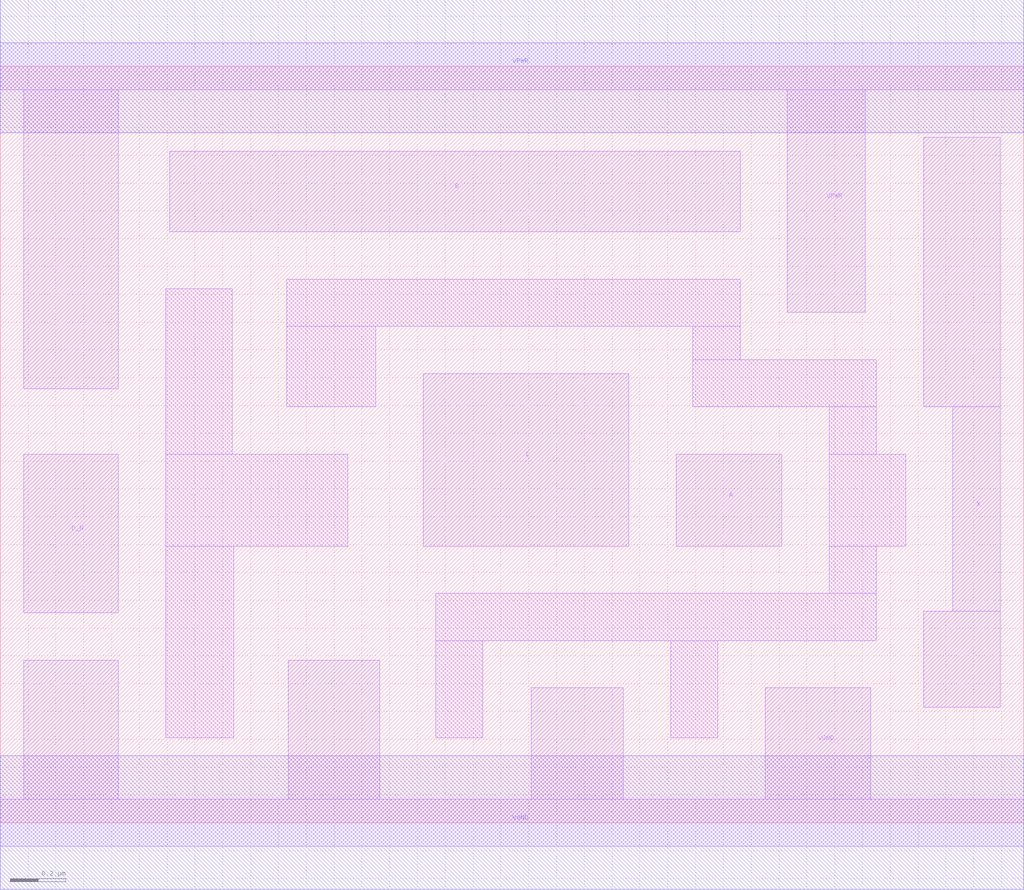
<source format=lef>
# Copyright 2020 The SkyWater PDK Authors
#
# Licensed under the Apache License, Version 2.0 (the "License");
# you may not use this file except in compliance with the License.
# You may obtain a copy of the License at
#
#     https://www.apache.org/licenses/LICENSE-2.0
#
# Unless required by applicable law or agreed to in writing, software
# distributed under the License is distributed on an "AS IS" BASIS,
# WITHOUT WARRANTIES OR CONDITIONS OF ANY KIND, either express or implied.
# See the License for the specific language governing permissions and
# limitations under the License.
#
# SPDX-License-Identifier: Apache-2.0

VERSION 5.5 ;
NAMESCASESENSITIVE ON ;
BUSBITCHARS "[]" ;
DIVIDERCHAR "/" ;
MACRO sky130_fd_sc_hd__or4b_1
  CLASS CORE ;
  SOURCE USER ;
  ORIGIN  0.000000  0.000000 ;
  SIZE  3.680000 BY  2.720000 ;
  SYMMETRY X Y R90 ;
  SITE unithd ;
  PIN A
    ANTENNAGATEAREA  0.126000 ;
    DIRECTION INPUT ;
    USE SIGNAL ;
    PORT
      LAYER li1 ;
        RECT 2.430000 0.995000 2.810000 1.325000 ;
    END
  END A
  PIN B
    ANTENNAGATEAREA  0.126000 ;
    DIRECTION INPUT ;
    USE SIGNAL ;
    PORT
      LAYER li1 ;
        RECT 0.610000 2.125000 2.660000 2.415000 ;
    END
  END B
  PIN C
    ANTENNAGATEAREA  0.126000 ;
    DIRECTION INPUT ;
    USE SIGNAL ;
    PORT
      LAYER li1 ;
        RECT 1.520000 0.995000 2.260000 1.615000 ;
    END
  END C
  PIN D_N
    ANTENNAGATEAREA  0.126000 ;
    DIRECTION INPUT ;
    USE SIGNAL ;
    PORT
      LAYER li1 ;
        RECT 0.085000 0.755000 0.425000 1.325000 ;
    END
  END D_N
  PIN X
    ANTENNADIFFAREA  0.453750 ;
    DIRECTION OUTPUT ;
    USE SIGNAL ;
    PORT
      LAYER li1 ;
        RECT 3.320000 0.415000 3.595000 0.760000 ;
        RECT 3.320000 1.495000 3.595000 2.465000 ;
        RECT 3.425000 0.760000 3.595000 1.495000 ;
    END
  END X
  PIN VGND
    DIRECTION INOUT ;
    SHAPE ABUTMENT ;
    USE GROUND ;
    PORT
      LAYER li1 ;
        RECT 0.000000 -0.085000 3.680000 0.085000 ;
        RECT 0.085000  0.085000 0.425000 0.585000 ;
        RECT 1.035000  0.085000 1.365000 0.585000 ;
        RECT 1.910000  0.085000 2.240000 0.485000 ;
        RECT 2.750000  0.085000 3.130000 0.485000 ;
    END
    PORT
      LAYER met1 ;
        RECT 0.000000 -0.240000 3.680000 0.240000 ;
    END
  END VGND
  PIN VNB
    DIRECTION INOUT ;
    USE GROUND ;
    PORT
    END
  END VNB
  PIN VPB
    DIRECTION INOUT ;
    USE POWER ;
    PORT
    END
  END VPB
  PIN VPWR
    DIRECTION INOUT ;
    SHAPE ABUTMENT ;
    USE POWER ;
    PORT
      LAYER li1 ;
        RECT 0.000000 2.635000 3.680000 2.805000 ;
        RECT 0.085000 1.560000 0.425000 2.635000 ;
        RECT 2.830000 1.835000 3.110000 2.635000 ;
    END
    PORT
      LAYER met1 ;
        RECT 0.000000 2.480000 3.680000 2.960000 ;
    END
  END VPWR
  OBS
    LAYER li1 ;
      RECT 0.595000 0.305000 0.840000 0.995000 ;
      RECT 0.595000 0.995000 1.250000 1.325000 ;
      RECT 0.595000 1.325000 0.835000 1.920000 ;
      RECT 1.030000 1.495000 1.350000 1.785000 ;
      RECT 1.030000 1.785000 2.660000 1.955000 ;
      RECT 1.565000 0.305000 1.735000 0.655000 ;
      RECT 1.565000 0.655000 3.150000 0.825000 ;
      RECT 2.410000 0.305000 2.580000 0.655000 ;
      RECT 2.490000 1.495000 3.150000 1.665000 ;
      RECT 2.490000 1.665000 2.660000 1.785000 ;
      RECT 2.980000 0.825000 3.150000 0.995000 ;
      RECT 2.980000 0.995000 3.255000 1.325000 ;
      RECT 2.980000 1.325000 3.150000 1.495000 ;
  END
END sky130_fd_sc_hd__or4b_1
END LIBRARY

</source>
